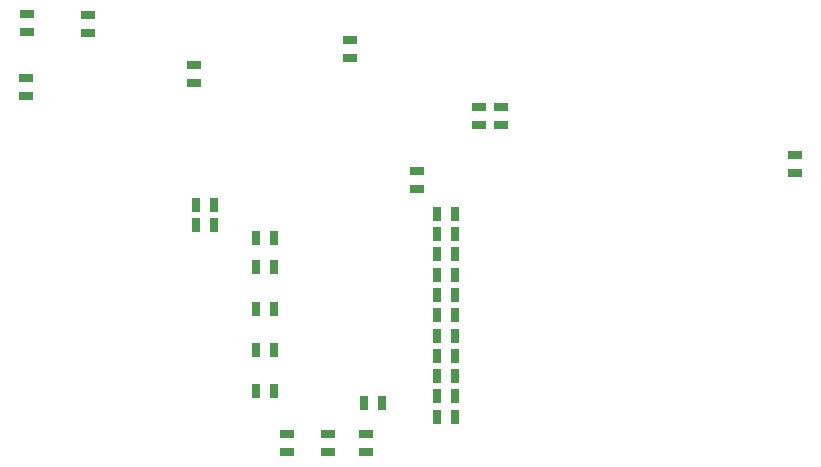
<source format=gbp>
G04 #@! TF.GenerationSoftware,KiCad,Pcbnew,5.0.1+dfsg1-3*
G04 #@! TF.CreationDate,2018-12-17T22:42:35+02:00*
G04 #@! TF.ProjectId,isl_board,69736C5F626F6172642E6B696361645F,rev?*
G04 #@! TF.SameCoordinates,Original*
G04 #@! TF.FileFunction,Paste,Bot*
G04 #@! TF.FilePolarity,Positive*
%FSLAX46Y46*%
G04 Gerber Fmt 4.6, Leading zero omitted, Abs format (unit mm)*
G04 Created by KiCad (PCBNEW 5.0.1+dfsg1-3) date 2018-12-17T22:42:35 EET*
%MOMM*%
%LPD*%
G01*
G04 APERTURE LIST*
%ADD10R,1.143000X0.635000*%
%ADD11R,0.635000X1.143000*%
G04 APERTURE END LIST*
D10*
G04 #@! TO.C,C52*
X89030000Y-44262000D03*
X89030000Y-42738000D03*
G04 #@! TD*
D11*
G04 #@! TO.C,R10*
X52568000Y-63770000D03*
X54092000Y-63770000D03*
G04 #@! TD*
G04 #@! TO.C,C9*
X60242000Y-52890000D03*
X58718000Y-52890000D03*
G04 #@! TD*
G04 #@! TO.C,C10*
X60242000Y-64900000D03*
X58718000Y-64900000D03*
G04 #@! TD*
G04 #@! TO.C,C11*
X60242000Y-61470000D03*
X58718000Y-61470000D03*
G04 #@! TD*
G04 #@! TO.C,C12*
X60242000Y-56320000D03*
X58718000Y-56320000D03*
G04 #@! TD*
G04 #@! TO.C,C14*
X60242000Y-51170000D03*
X58718000Y-51170000D03*
G04 #@! TD*
G04 #@! TO.C,C15*
X60232000Y-47720000D03*
X58708000Y-47720000D03*
G04 #@! TD*
G04 #@! TO.C,C16*
X60242000Y-63180000D03*
X58718000Y-63180000D03*
G04 #@! TD*
G04 #@! TO.C,C17*
X60242000Y-59750000D03*
X58718000Y-59750000D03*
G04 #@! TD*
G04 #@! TO.C,C18*
X60242000Y-58030000D03*
X58718000Y-58030000D03*
G04 #@! TD*
G04 #@! TO.C,C19*
X60242000Y-54600000D03*
X58718000Y-54600000D03*
G04 #@! TD*
G04 #@! TO.C,C21*
X60242000Y-49450000D03*
X58718000Y-49450000D03*
G04 #@! TD*
D10*
G04 #@! TO.C,C24*
X64120000Y-40242000D03*
X64120000Y-38718000D03*
G04 #@! TD*
G04 #@! TO.C,C25*
X62340000Y-40242000D03*
X62340000Y-38718000D03*
G04 #@! TD*
G04 #@! TO.C,C26*
X57040000Y-44078000D03*
X57040000Y-45602000D03*
G04 #@! TD*
G04 #@! TO.C,C28*
X52760000Y-66368000D03*
X52760000Y-67892000D03*
G04 #@! TD*
G04 #@! TO.C,C29*
X49520000Y-67892000D03*
X49520000Y-66368000D03*
G04 #@! TD*
G04 #@! TO.C,C31*
X46080000Y-67902000D03*
X46080000Y-66378000D03*
G04 #@! TD*
D11*
G04 #@! TO.C,C32*
X43418000Y-52240000D03*
X44942000Y-52240000D03*
G04 #@! TD*
G04 #@! TO.C,C33*
X43408000Y-49740000D03*
X44932000Y-49740000D03*
G04 #@! TD*
G04 #@! TO.C,C34*
X43418000Y-62750000D03*
X44942000Y-62750000D03*
G04 #@! TD*
G04 #@! TO.C,C35*
X43418000Y-59250000D03*
X44942000Y-59250000D03*
G04 #@! TD*
G04 #@! TO.C,C36*
X43418000Y-55750000D03*
X44942000Y-55750000D03*
G04 #@! TD*
D10*
G04 #@! TO.C,C37*
X23970053Y-36210843D03*
X23970053Y-37734843D03*
G04 #@! TD*
G04 #@! TO.C,C38*
X24000053Y-32364843D03*
X24000053Y-30840843D03*
G04 #@! TD*
G04 #@! TO.C,C41*
X29190053Y-32384843D03*
X29190053Y-30860843D03*
G04 #@! TD*
G04 #@! TO.C,R37*
X38190000Y-36644000D03*
X38190000Y-35120000D03*
G04 #@! TD*
D11*
G04 #@! TO.C,R39*
X39882000Y-46970000D03*
X38358000Y-46970000D03*
G04 #@! TD*
G04 #@! TO.C,R40*
X39892000Y-48690000D03*
X38368000Y-48690000D03*
G04 #@! TD*
D10*
G04 #@! TO.C,R45*
X51350000Y-32978000D03*
X51350000Y-34502000D03*
G04 #@! TD*
M02*

</source>
